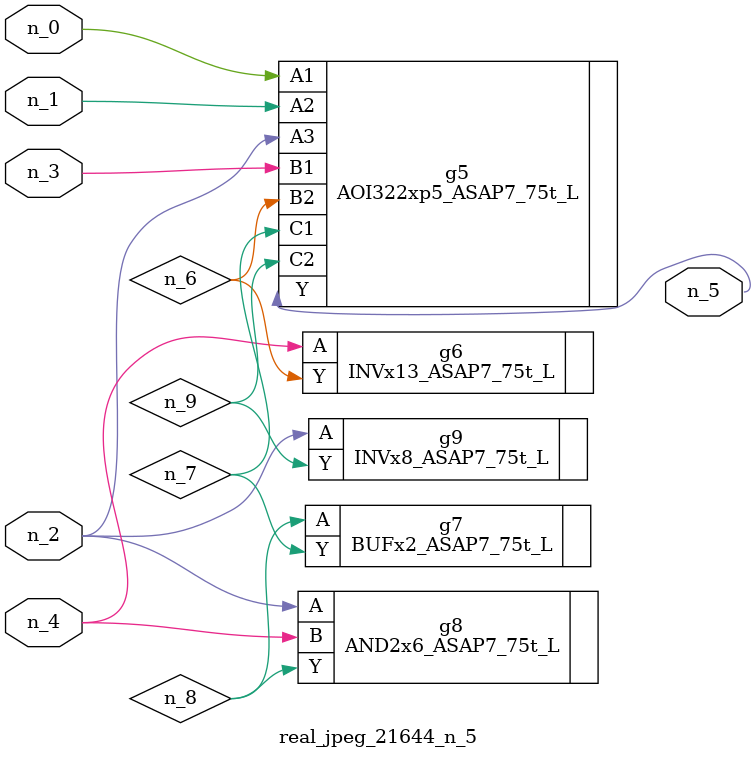
<source format=v>
module real_jpeg_21644_n_5 (n_4, n_0, n_1, n_2, n_3, n_5);

input n_4;
input n_0;
input n_1;
input n_2;
input n_3;

output n_5;

wire n_8;
wire n_6;
wire n_7;
wire n_9;

AOI322xp5_ASAP7_75t_L g5 ( 
.A1(n_0),
.A2(n_1),
.A3(n_2),
.B1(n_3),
.B2(n_6),
.C1(n_7),
.C2(n_9),
.Y(n_5)
);

AND2x6_ASAP7_75t_L g8 ( 
.A(n_2),
.B(n_4),
.Y(n_8)
);

INVx8_ASAP7_75t_L g9 ( 
.A(n_2),
.Y(n_9)
);

INVx13_ASAP7_75t_L g6 ( 
.A(n_4),
.Y(n_6)
);

BUFx2_ASAP7_75t_L g7 ( 
.A(n_8),
.Y(n_7)
);


endmodule
</source>
